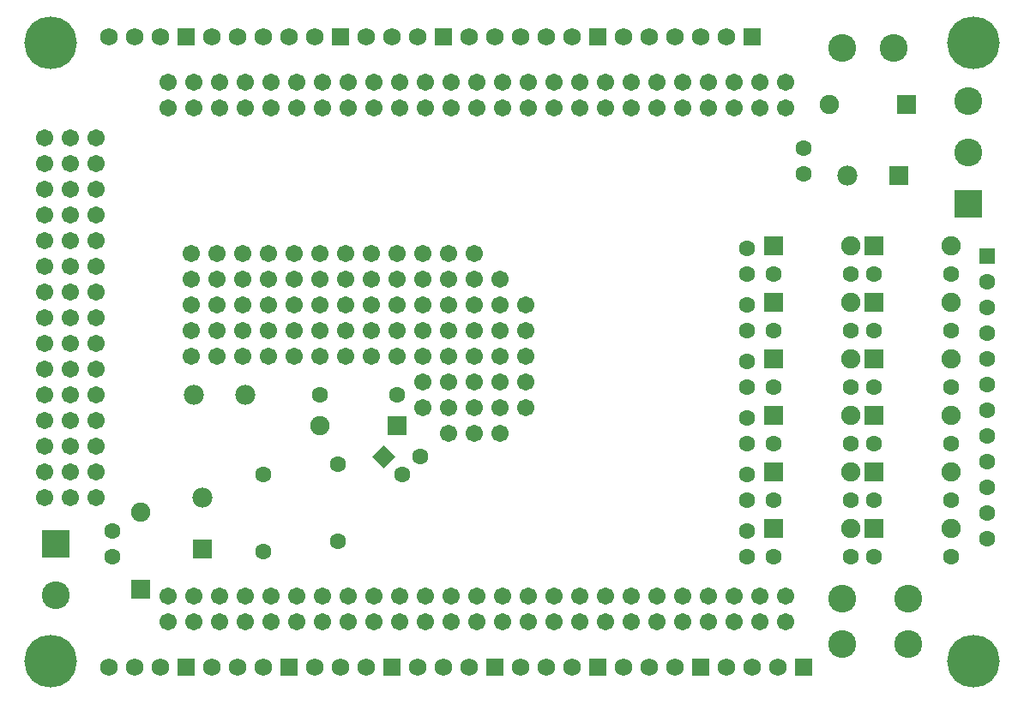
<source format=gbs>
G04 (created by PCBNEW (2013-07-07 BZR 4022)-stable) date 02/05/2014 11:15:50*
%MOIN*%
G04 Gerber Fmt 3.4, Leading zero omitted, Abs format*
%FSLAX34Y34*%
G01*
G70*
G90*
G04 APERTURE LIST*
%ADD10C,0.00590551*%
%ADD11C,0.0670551*%
%ADD12C,0.078*%
%ADD13R,0.063X0.063*%
%ADD14C,0.063*%
%ADD15R,0.068X0.068*%
%ADD16C,0.068*%
%ADD17R,0.108X0.108*%
%ADD18C,0.108*%
%ADD19C,0.20485*%
%ADD20R,0.078X0.078*%
%ADD21R,0.0749291X0.0749291*%
%ADD22C,0.0749291*%
G04 APERTURE END LIST*
G54D10*
G54D11*
X67100Y-32325D03*
X67100Y-33325D03*
X66100Y-32325D03*
X66100Y-33325D03*
X65100Y-32325D03*
X65100Y-33325D03*
X64100Y-32325D03*
X64100Y-33325D03*
X63100Y-32325D03*
X63100Y-33325D03*
X62100Y-32325D03*
X62100Y-33325D03*
X61100Y-32325D03*
X61100Y-33325D03*
X60100Y-32325D03*
X60100Y-33325D03*
X59100Y-32325D03*
X59100Y-33325D03*
X58100Y-32325D03*
X58100Y-33325D03*
X57100Y-32325D03*
X57100Y-33325D03*
X56100Y-32325D03*
X56100Y-33325D03*
X55100Y-32325D03*
X55100Y-33325D03*
X54100Y-32325D03*
X54100Y-33325D03*
X53100Y-32325D03*
X53100Y-33325D03*
X52100Y-32325D03*
X52100Y-33325D03*
X51100Y-32325D03*
X51100Y-33325D03*
X50100Y-32325D03*
X50100Y-33325D03*
X49100Y-32325D03*
X49100Y-33325D03*
X48100Y-32325D03*
X48100Y-33325D03*
X47100Y-32325D03*
X47100Y-33325D03*
X46100Y-32325D03*
X46100Y-33325D03*
X45100Y-32325D03*
X45100Y-33325D03*
X44100Y-32325D03*
X44100Y-33325D03*
X43100Y-32325D03*
X43100Y-33325D03*
G54D12*
X44100Y-44500D03*
X46100Y-44500D03*
G54D11*
X38300Y-34500D03*
X39300Y-34500D03*
X40300Y-34500D03*
X38300Y-35500D03*
X39300Y-35500D03*
X40300Y-35500D03*
X38300Y-36500D03*
X39300Y-36500D03*
X40300Y-36500D03*
X38300Y-37500D03*
X39300Y-37500D03*
X40300Y-37500D03*
X38300Y-38500D03*
X39300Y-38500D03*
X40300Y-38500D03*
X38300Y-39500D03*
X39300Y-39500D03*
X40300Y-39500D03*
X38300Y-40500D03*
X39300Y-40500D03*
X40300Y-40500D03*
X38300Y-41500D03*
X39300Y-41500D03*
X40300Y-41500D03*
X38300Y-42500D03*
X39300Y-42500D03*
X40300Y-42500D03*
X38300Y-43500D03*
X39300Y-43500D03*
X40300Y-43500D03*
X38300Y-44500D03*
X39300Y-44500D03*
X40300Y-44500D03*
X38300Y-45500D03*
X39300Y-45500D03*
X40300Y-45500D03*
X38300Y-46500D03*
X39300Y-46500D03*
X40300Y-46500D03*
X38300Y-47500D03*
X39300Y-47500D03*
X40300Y-47500D03*
X38300Y-48500D03*
X39300Y-48500D03*
X40300Y-48500D03*
X57000Y-42000D03*
X57000Y-41000D03*
X57000Y-43000D03*
X57000Y-44000D03*
X57000Y-45000D03*
X67100Y-52325D03*
X67100Y-53325D03*
X66100Y-52325D03*
X66100Y-53325D03*
X65100Y-52325D03*
X65100Y-53325D03*
X64100Y-52325D03*
X64100Y-53325D03*
X63100Y-52325D03*
X63100Y-53325D03*
X62100Y-52325D03*
X62100Y-53325D03*
X61100Y-52325D03*
X61100Y-53325D03*
X60100Y-52325D03*
X60100Y-53325D03*
X59100Y-52325D03*
X59100Y-53325D03*
X58100Y-52325D03*
X58100Y-53325D03*
X57100Y-52325D03*
X57100Y-53325D03*
X56100Y-52325D03*
X56100Y-53325D03*
X55100Y-52325D03*
X55100Y-53325D03*
X54100Y-52325D03*
X54100Y-53325D03*
X53100Y-52325D03*
X53100Y-53325D03*
X52100Y-52325D03*
X52100Y-53325D03*
X51100Y-52325D03*
X51100Y-53325D03*
X50100Y-52325D03*
X50100Y-53325D03*
X49100Y-52325D03*
X49100Y-53325D03*
X48100Y-52325D03*
X48100Y-53325D03*
X47100Y-52325D03*
X47100Y-53325D03*
X46100Y-52325D03*
X46100Y-53325D03*
X45100Y-52325D03*
X45100Y-53325D03*
X44100Y-52325D03*
X44100Y-53325D03*
X43100Y-52325D03*
X43100Y-53325D03*
G54D13*
X74950Y-39100D03*
G54D14*
X74950Y-40100D03*
X74950Y-41100D03*
X74950Y-42100D03*
X74950Y-43100D03*
X74950Y-44100D03*
X74950Y-45100D03*
X74950Y-46100D03*
X74950Y-47100D03*
X74950Y-48100D03*
X74950Y-49100D03*
X74950Y-50100D03*
G54D15*
X47800Y-55100D03*
G54D16*
X46800Y-55100D03*
X45800Y-55100D03*
X44800Y-55100D03*
G54D15*
X53800Y-30550D03*
G54D16*
X52800Y-30550D03*
X51800Y-30550D03*
X50800Y-30550D03*
G54D15*
X59800Y-55100D03*
G54D16*
X58800Y-55100D03*
X57800Y-55100D03*
X56800Y-55100D03*
G54D15*
X43800Y-55100D03*
G54D16*
X42800Y-55100D03*
X41800Y-55100D03*
X40800Y-55100D03*
G54D15*
X51800Y-55100D03*
G54D16*
X50800Y-55100D03*
X49800Y-55100D03*
X48800Y-55100D03*
G54D15*
X63800Y-55100D03*
G54D16*
X62800Y-55100D03*
X61800Y-55100D03*
X60800Y-55100D03*
G54D15*
X43800Y-30550D03*
G54D16*
X42800Y-30550D03*
X41800Y-30550D03*
X40800Y-30550D03*
G54D15*
X67800Y-55100D03*
G54D16*
X66800Y-55100D03*
X65800Y-55100D03*
X64800Y-55100D03*
G54D15*
X55800Y-55100D03*
G54D16*
X54800Y-55100D03*
X53800Y-55100D03*
X52800Y-55100D03*
G54D15*
X59800Y-30550D03*
G54D16*
X58800Y-30550D03*
X57800Y-30550D03*
X56800Y-30550D03*
X55800Y-30550D03*
X54800Y-30550D03*
G54D15*
X65800Y-30550D03*
G54D16*
X64800Y-30550D03*
X63800Y-30550D03*
X62800Y-30550D03*
X61800Y-30550D03*
X60800Y-30550D03*
G54D15*
X49800Y-30550D03*
G54D16*
X48800Y-30550D03*
X47800Y-30550D03*
X46800Y-30550D03*
X45800Y-30550D03*
X44800Y-30550D03*
G54D17*
X38750Y-50300D03*
G54D18*
X38750Y-52300D03*
G54D14*
X65600Y-45400D03*
X65600Y-46400D03*
G54D19*
X38550Y-54850D03*
X38550Y-30800D03*
X74400Y-30800D03*
X74400Y-54850D03*
G54D18*
X71879Y-52414D03*
X69320Y-52414D03*
X69320Y-54185D03*
X71879Y-54185D03*
G54D17*
X74200Y-37050D03*
G54D18*
X74200Y-35050D03*
X74200Y-33050D03*
G54D14*
X65600Y-47600D03*
X65600Y-48600D03*
X65600Y-49800D03*
X65600Y-50800D03*
X67800Y-34900D03*
X67800Y-35900D03*
X46800Y-50600D03*
X46800Y-47600D03*
X73550Y-44200D03*
X70550Y-44200D03*
X69650Y-44200D03*
X66650Y-44200D03*
X73550Y-46400D03*
X70550Y-46400D03*
X69650Y-42000D03*
X66650Y-42000D03*
X73550Y-42000D03*
X70550Y-42000D03*
X69650Y-46400D03*
X66650Y-46400D03*
X69650Y-48600D03*
X66650Y-48600D03*
X69650Y-39800D03*
X66650Y-39800D03*
X73550Y-39800D03*
X70550Y-39800D03*
X73550Y-50800D03*
X70550Y-50800D03*
X69650Y-50800D03*
X66650Y-50800D03*
X73550Y-48600D03*
X70550Y-48600D03*
X49700Y-50200D03*
X49700Y-47200D03*
X49000Y-44500D03*
X52000Y-44500D03*
G54D18*
X71300Y-31000D03*
X69300Y-31000D03*
G54D10*
G36*
X51938Y-46900D02*
X51492Y-47345D01*
X51047Y-46900D01*
X51492Y-46454D01*
X51938Y-46900D01*
X51938Y-46900D01*
G37*
G54D14*
X52200Y-47607D03*
X52907Y-46900D03*
X65600Y-43200D03*
X65600Y-44200D03*
X40950Y-50800D03*
X40950Y-49800D03*
X65600Y-41000D03*
X65600Y-42000D03*
X65600Y-38800D03*
X65600Y-39800D03*
G54D20*
X71500Y-35950D03*
G54D12*
X69500Y-35950D03*
G54D20*
X44450Y-50500D03*
G54D12*
X44450Y-48500D03*
G54D21*
X70550Y-40900D03*
G54D22*
X73550Y-40900D03*
G54D21*
X52000Y-45700D03*
G54D22*
X49000Y-45700D03*
G54D21*
X42050Y-52050D03*
G54D22*
X42050Y-49050D03*
G54D21*
X71800Y-33200D03*
G54D22*
X68800Y-33200D03*
G54D21*
X70550Y-49700D03*
G54D22*
X73550Y-49700D03*
G54D21*
X66650Y-49700D03*
G54D22*
X69650Y-49700D03*
G54D21*
X70550Y-47500D03*
G54D22*
X73550Y-47500D03*
G54D21*
X66650Y-47500D03*
G54D22*
X69650Y-47500D03*
G54D21*
X66650Y-38700D03*
G54D22*
X69650Y-38700D03*
G54D21*
X70550Y-45300D03*
G54D22*
X73550Y-45300D03*
G54D21*
X66650Y-45300D03*
G54D22*
X69650Y-45300D03*
G54D21*
X70550Y-38700D03*
G54D22*
X73550Y-38700D03*
G54D21*
X66650Y-40900D03*
G54D22*
X69650Y-40900D03*
G54D21*
X70550Y-43100D03*
G54D22*
X73550Y-43100D03*
G54D21*
X66650Y-43100D03*
G54D22*
X69650Y-43100D03*
G54D11*
X56000Y-41000D03*
X56000Y-42000D03*
X55000Y-42000D03*
X55000Y-41000D03*
X55000Y-40000D03*
X56000Y-40000D03*
X54000Y-40000D03*
X54000Y-41000D03*
X54000Y-42000D03*
X53000Y-42000D03*
X53000Y-41000D03*
X53000Y-40000D03*
X53000Y-39000D03*
X54000Y-39000D03*
X55000Y-39000D03*
X55000Y-43000D03*
X56000Y-43000D03*
X54000Y-43000D03*
X53000Y-43000D03*
X55000Y-44000D03*
X54000Y-44000D03*
X53000Y-44000D03*
X53000Y-45000D03*
X54000Y-45000D03*
X55000Y-45000D03*
X56000Y-45000D03*
X56000Y-44000D03*
X54000Y-46000D03*
X55000Y-46000D03*
X56000Y-46000D03*
X52000Y-43000D03*
X51000Y-43000D03*
X50000Y-43000D03*
X49000Y-43000D03*
X48000Y-43000D03*
X47000Y-43000D03*
X47000Y-42000D03*
X48000Y-42000D03*
X49000Y-42000D03*
X50000Y-42000D03*
X51000Y-42000D03*
X52000Y-42000D03*
X46000Y-43000D03*
X45000Y-43000D03*
X44000Y-43000D03*
X44000Y-42000D03*
X45000Y-42000D03*
X46000Y-42000D03*
X44000Y-41000D03*
X44000Y-40000D03*
X45000Y-40000D03*
X45000Y-41000D03*
X46000Y-41000D03*
X47000Y-41000D03*
X48000Y-41000D03*
X49000Y-41000D03*
X50000Y-41000D03*
X51000Y-41000D03*
X52000Y-41000D03*
X52000Y-40000D03*
X51000Y-40000D03*
X50000Y-40000D03*
X49000Y-40000D03*
X48000Y-40000D03*
X47000Y-40000D03*
X46000Y-40000D03*
X44000Y-39000D03*
X45000Y-39000D03*
X46000Y-39000D03*
X47000Y-39000D03*
X48000Y-39000D03*
X49000Y-39000D03*
X50000Y-39000D03*
X51000Y-39000D03*
X52000Y-39000D03*
M02*

</source>
